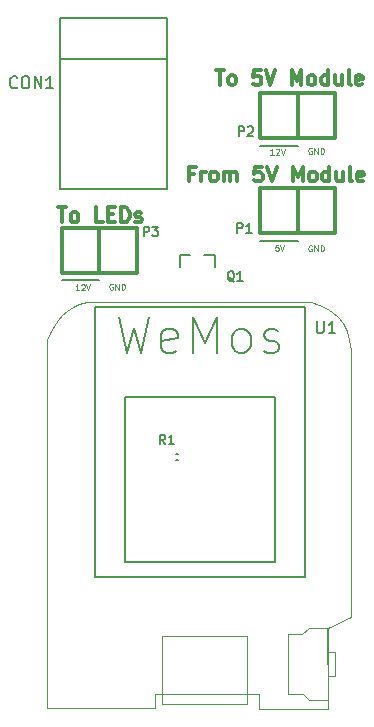
<source format=gto>
G04 #@! TF.FileFunction,Legend,Top*
%FSLAX46Y46*%
G04 Gerber Fmt 4.6, Leading zero omitted, Abs format (unit mm)*
G04 Created by KiCad (PCBNEW (2016-10-14 revision fc07716)-master) date Sat Nov 26 20:43:01 2016*
%MOMM*%
%LPD*%
G01*
G04 APERTURE LIST*
%ADD10C,0.100000*%
%ADD11C,0.300000*%
%ADD12C,0.125000*%
%ADD13C,0.150000*%
%ADD14C,0.350000*%
G04 APERTURE END LIST*
D10*
D11*
X110848809Y-74315476D02*
X111563095Y-74315476D01*
X111205952Y-75565476D02*
X111205952Y-74315476D01*
X112158333Y-75565476D02*
X112039285Y-75505952D01*
X111979761Y-75446428D01*
X111920238Y-75327380D01*
X111920238Y-74970238D01*
X111979761Y-74851190D01*
X112039285Y-74791666D01*
X112158333Y-74732142D01*
X112336904Y-74732142D01*
X112455952Y-74791666D01*
X112515476Y-74851190D01*
X112575000Y-74970238D01*
X112575000Y-75327380D01*
X112515476Y-75446428D01*
X112455952Y-75505952D01*
X112336904Y-75565476D01*
X112158333Y-75565476D01*
X114658333Y-75565476D02*
X114063095Y-75565476D01*
X114063095Y-74315476D01*
X115075000Y-74910714D02*
X115491666Y-74910714D01*
X115670238Y-75565476D02*
X115075000Y-75565476D01*
X115075000Y-74315476D01*
X115670238Y-74315476D01*
X116205952Y-75565476D02*
X116205952Y-74315476D01*
X116503571Y-74315476D01*
X116682142Y-74375000D01*
X116801190Y-74494047D01*
X116860714Y-74613095D01*
X116920238Y-74851190D01*
X116920238Y-75029761D01*
X116860714Y-75267857D01*
X116801190Y-75386904D01*
X116682142Y-75505952D01*
X116503571Y-75565476D01*
X116205952Y-75565476D01*
X117396428Y-75505952D02*
X117515476Y-75565476D01*
X117753571Y-75565476D01*
X117872619Y-75505952D01*
X117932142Y-75386904D01*
X117932142Y-75327380D01*
X117872619Y-75208333D01*
X117753571Y-75148809D01*
X117575000Y-75148809D01*
X117455952Y-75089285D01*
X117396428Y-74970238D01*
X117396428Y-74910714D01*
X117455952Y-74791666D01*
X117575000Y-74732142D01*
X117753571Y-74732142D01*
X117872619Y-74791666D01*
D12*
X115469047Y-80800000D02*
X115421428Y-80776190D01*
X115350000Y-80776190D01*
X115278571Y-80800000D01*
X115230952Y-80847619D01*
X115207142Y-80895238D01*
X115183333Y-80990476D01*
X115183333Y-81061904D01*
X115207142Y-81157142D01*
X115230952Y-81204761D01*
X115278571Y-81252380D01*
X115350000Y-81276190D01*
X115397619Y-81276190D01*
X115469047Y-81252380D01*
X115492857Y-81228571D01*
X115492857Y-81061904D01*
X115397619Y-81061904D01*
X115707142Y-81276190D02*
X115707142Y-80776190D01*
X115992857Y-81276190D01*
X115992857Y-80776190D01*
X116230952Y-81276190D02*
X116230952Y-80776190D01*
X116350000Y-80776190D01*
X116421428Y-80800000D01*
X116469047Y-80847619D01*
X116492857Y-80895238D01*
X116516666Y-80990476D01*
X116516666Y-81061904D01*
X116492857Y-81157142D01*
X116469047Y-81204761D01*
X116421428Y-81252380D01*
X116350000Y-81276190D01*
X116230952Y-81276190D01*
X112640476Y-81326190D02*
X112354761Y-81326190D01*
X112497619Y-81326190D02*
X112497619Y-80826190D01*
X112450000Y-80897619D01*
X112402380Y-80945238D01*
X112354761Y-80969047D01*
X112830952Y-80873809D02*
X112854761Y-80850000D01*
X112902380Y-80826190D01*
X113021428Y-80826190D01*
X113069047Y-80850000D01*
X113092857Y-80873809D01*
X113116666Y-80921428D01*
X113116666Y-80969047D01*
X113092857Y-81040476D01*
X112807142Y-81326190D01*
X113116666Y-81326190D01*
X113259523Y-80826190D02*
X113426190Y-81326190D01*
X113592857Y-80826190D01*
X132319047Y-77550000D02*
X132271428Y-77526190D01*
X132200000Y-77526190D01*
X132128571Y-77550000D01*
X132080952Y-77597619D01*
X132057142Y-77645238D01*
X132033333Y-77740476D01*
X132033333Y-77811904D01*
X132057142Y-77907142D01*
X132080952Y-77954761D01*
X132128571Y-78002380D01*
X132200000Y-78026190D01*
X132247619Y-78026190D01*
X132319047Y-78002380D01*
X132342857Y-77978571D01*
X132342857Y-77811904D01*
X132247619Y-77811904D01*
X132557142Y-78026190D02*
X132557142Y-77526190D01*
X132842857Y-78026190D01*
X132842857Y-77526190D01*
X133080952Y-78026190D02*
X133080952Y-77526190D01*
X133200000Y-77526190D01*
X133271428Y-77550000D01*
X133319047Y-77597619D01*
X133342857Y-77645238D01*
X133366666Y-77740476D01*
X133366666Y-77811904D01*
X133342857Y-77907142D01*
X133319047Y-77954761D01*
X133271428Y-78002380D01*
X133200000Y-78026190D01*
X133080952Y-78026190D01*
X129504761Y-77476190D02*
X129266666Y-77476190D01*
X129242857Y-77714285D01*
X129266666Y-77690476D01*
X129314285Y-77666666D01*
X129433333Y-77666666D01*
X129480952Y-77690476D01*
X129504761Y-77714285D01*
X129528571Y-77761904D01*
X129528571Y-77880952D01*
X129504761Y-77928571D01*
X129480952Y-77952380D01*
X129433333Y-77976190D01*
X129314285Y-77976190D01*
X129266666Y-77952380D01*
X129242857Y-77928571D01*
X129671428Y-77476190D02*
X129838095Y-77976190D01*
X130004761Y-77476190D01*
X132319047Y-69300000D02*
X132271428Y-69276190D01*
X132200000Y-69276190D01*
X132128571Y-69300000D01*
X132080952Y-69347619D01*
X132057142Y-69395238D01*
X132033333Y-69490476D01*
X132033333Y-69561904D01*
X132057142Y-69657142D01*
X132080952Y-69704761D01*
X132128571Y-69752380D01*
X132200000Y-69776190D01*
X132247619Y-69776190D01*
X132319047Y-69752380D01*
X132342857Y-69728571D01*
X132342857Y-69561904D01*
X132247619Y-69561904D01*
X132557142Y-69776190D02*
X132557142Y-69276190D01*
X132842857Y-69776190D01*
X132842857Y-69276190D01*
X133080952Y-69776190D02*
X133080952Y-69276190D01*
X133200000Y-69276190D01*
X133271428Y-69300000D01*
X133319047Y-69347619D01*
X133342857Y-69395238D01*
X133366666Y-69490476D01*
X133366666Y-69561904D01*
X133342857Y-69657142D01*
X133319047Y-69704761D01*
X133271428Y-69752380D01*
X133200000Y-69776190D01*
X133080952Y-69776190D01*
X129115476Y-69851190D02*
X128829761Y-69851190D01*
X128972619Y-69851190D02*
X128972619Y-69351190D01*
X128925000Y-69422619D01*
X128877380Y-69470238D01*
X128829761Y-69494047D01*
X129305952Y-69398809D02*
X129329761Y-69375000D01*
X129377380Y-69351190D01*
X129496428Y-69351190D01*
X129544047Y-69375000D01*
X129567857Y-69398809D01*
X129591666Y-69446428D01*
X129591666Y-69494047D01*
X129567857Y-69565476D01*
X129282142Y-69851190D01*
X129591666Y-69851190D01*
X129734523Y-69351190D02*
X129901190Y-69851190D01*
X130067857Y-69351190D01*
D11*
X122335714Y-71460714D02*
X121919047Y-71460714D01*
X121919047Y-72115476D02*
X121919047Y-70865476D01*
X122514285Y-70865476D01*
X122990476Y-72115476D02*
X122990476Y-71282142D01*
X122990476Y-71520238D02*
X123050000Y-71401190D01*
X123109523Y-71341666D01*
X123228571Y-71282142D01*
X123347619Y-71282142D01*
X123942857Y-72115476D02*
X123823809Y-72055952D01*
X123764285Y-71996428D01*
X123704761Y-71877380D01*
X123704761Y-71520238D01*
X123764285Y-71401190D01*
X123823809Y-71341666D01*
X123942857Y-71282142D01*
X124121428Y-71282142D01*
X124240476Y-71341666D01*
X124300000Y-71401190D01*
X124359523Y-71520238D01*
X124359523Y-71877380D01*
X124300000Y-71996428D01*
X124240476Y-72055952D01*
X124121428Y-72115476D01*
X123942857Y-72115476D01*
X124895238Y-72115476D02*
X124895238Y-71282142D01*
X124895238Y-71401190D02*
X124954761Y-71341666D01*
X125073809Y-71282142D01*
X125252380Y-71282142D01*
X125371428Y-71341666D01*
X125430952Y-71460714D01*
X125430952Y-72115476D01*
X125430952Y-71460714D02*
X125490476Y-71341666D01*
X125609523Y-71282142D01*
X125788095Y-71282142D01*
X125907142Y-71341666D01*
X125966666Y-71460714D01*
X125966666Y-72115476D01*
X128109523Y-70865476D02*
X127514285Y-70865476D01*
X127454761Y-71460714D01*
X127514285Y-71401190D01*
X127633333Y-71341666D01*
X127930952Y-71341666D01*
X128050000Y-71401190D01*
X128109523Y-71460714D01*
X128169047Y-71579761D01*
X128169047Y-71877380D01*
X128109523Y-71996428D01*
X128050000Y-72055952D01*
X127930952Y-72115476D01*
X127633333Y-72115476D01*
X127514285Y-72055952D01*
X127454761Y-71996428D01*
X128526190Y-70865476D02*
X128942857Y-72115476D01*
X129359523Y-70865476D01*
X130728571Y-72115476D02*
X130728571Y-70865476D01*
X131145238Y-71758333D01*
X131561904Y-70865476D01*
X131561904Y-72115476D01*
X132335714Y-72115476D02*
X132216666Y-72055952D01*
X132157142Y-71996428D01*
X132097619Y-71877380D01*
X132097619Y-71520238D01*
X132157142Y-71401190D01*
X132216666Y-71341666D01*
X132335714Y-71282142D01*
X132514285Y-71282142D01*
X132633333Y-71341666D01*
X132692857Y-71401190D01*
X132752380Y-71520238D01*
X132752380Y-71877380D01*
X132692857Y-71996428D01*
X132633333Y-72055952D01*
X132514285Y-72115476D01*
X132335714Y-72115476D01*
X133823809Y-72115476D02*
X133823809Y-70865476D01*
X133823809Y-72055952D02*
X133704761Y-72115476D01*
X133466666Y-72115476D01*
X133347619Y-72055952D01*
X133288095Y-71996428D01*
X133228571Y-71877380D01*
X133228571Y-71520238D01*
X133288095Y-71401190D01*
X133347619Y-71341666D01*
X133466666Y-71282142D01*
X133704761Y-71282142D01*
X133823809Y-71341666D01*
X134954761Y-71282142D02*
X134954761Y-72115476D01*
X134419047Y-71282142D02*
X134419047Y-71936904D01*
X134478571Y-72055952D01*
X134597619Y-72115476D01*
X134776190Y-72115476D01*
X134895238Y-72055952D01*
X134954761Y-71996428D01*
X135728571Y-72115476D02*
X135609523Y-72055952D01*
X135550000Y-71936904D01*
X135550000Y-70865476D01*
X136680952Y-72055952D02*
X136561904Y-72115476D01*
X136323809Y-72115476D01*
X136204761Y-72055952D01*
X136145238Y-71936904D01*
X136145238Y-71460714D01*
X136204761Y-71341666D01*
X136323809Y-71282142D01*
X136561904Y-71282142D01*
X136680952Y-71341666D01*
X136740476Y-71460714D01*
X136740476Y-71579761D01*
X136145238Y-71698809D01*
X124195238Y-62715476D02*
X124909523Y-62715476D01*
X124552380Y-63965476D02*
X124552380Y-62715476D01*
X125504761Y-63965476D02*
X125385714Y-63905952D01*
X125326190Y-63846428D01*
X125266666Y-63727380D01*
X125266666Y-63370238D01*
X125326190Y-63251190D01*
X125385714Y-63191666D01*
X125504761Y-63132142D01*
X125683333Y-63132142D01*
X125802380Y-63191666D01*
X125861904Y-63251190D01*
X125921428Y-63370238D01*
X125921428Y-63727380D01*
X125861904Y-63846428D01*
X125802380Y-63905952D01*
X125683333Y-63965476D01*
X125504761Y-63965476D01*
X128004761Y-62715476D02*
X127409523Y-62715476D01*
X127350000Y-63310714D01*
X127409523Y-63251190D01*
X127528571Y-63191666D01*
X127826190Y-63191666D01*
X127945238Y-63251190D01*
X128004761Y-63310714D01*
X128064285Y-63429761D01*
X128064285Y-63727380D01*
X128004761Y-63846428D01*
X127945238Y-63905952D01*
X127826190Y-63965476D01*
X127528571Y-63965476D01*
X127409523Y-63905952D01*
X127350000Y-63846428D01*
X128421428Y-62715476D02*
X128838095Y-63965476D01*
X129254761Y-62715476D01*
X130623809Y-63965476D02*
X130623809Y-62715476D01*
X131040476Y-63608333D01*
X131457142Y-62715476D01*
X131457142Y-63965476D01*
X132230952Y-63965476D02*
X132111904Y-63905952D01*
X132052380Y-63846428D01*
X131992857Y-63727380D01*
X131992857Y-63370238D01*
X132052380Y-63251190D01*
X132111904Y-63191666D01*
X132230952Y-63132142D01*
X132409523Y-63132142D01*
X132528571Y-63191666D01*
X132588095Y-63251190D01*
X132647619Y-63370238D01*
X132647619Y-63727380D01*
X132588095Y-63846428D01*
X132528571Y-63905952D01*
X132409523Y-63965476D01*
X132230952Y-63965476D01*
X133719047Y-63965476D02*
X133719047Y-62715476D01*
X133719047Y-63905952D02*
X133600000Y-63965476D01*
X133361904Y-63965476D01*
X133242857Y-63905952D01*
X133183333Y-63846428D01*
X133123809Y-63727380D01*
X133123809Y-63370238D01*
X133183333Y-63251190D01*
X133242857Y-63191666D01*
X133361904Y-63132142D01*
X133600000Y-63132142D01*
X133719047Y-63191666D01*
X134850000Y-63132142D02*
X134850000Y-63965476D01*
X134314285Y-63132142D02*
X134314285Y-63786904D01*
X134373809Y-63905952D01*
X134492857Y-63965476D01*
X134671428Y-63965476D01*
X134790476Y-63905952D01*
X134850000Y-63846428D01*
X135623809Y-63965476D02*
X135504761Y-63905952D01*
X135445238Y-63786904D01*
X135445238Y-62715476D01*
X136576190Y-63905952D02*
X136457142Y-63965476D01*
X136219047Y-63965476D01*
X136100000Y-63905952D01*
X136040476Y-63786904D01*
X136040476Y-63310714D01*
X136100000Y-63191666D01*
X136219047Y-63132142D01*
X136457142Y-63132142D01*
X136576190Y-63191666D01*
X136635714Y-63310714D01*
X136635714Y-63429761D01*
X136040476Y-63548809D01*
D13*
X116520000Y-104320000D02*
X116520000Y-90350000D01*
X116520000Y-90350000D02*
X129220000Y-90350000D01*
X129220000Y-90350000D02*
X129220000Y-104320000D01*
X129220000Y-104320000D02*
X116520000Y-104320000D01*
X113980000Y-105590000D02*
X131760000Y-105590000D01*
X131760000Y-105590000D02*
X131760000Y-82730000D01*
X131760000Y-82730000D02*
X113980000Y-82730000D01*
X113980000Y-82730000D02*
X113980000Y-105590000D01*
D10*
X133687472Y-116787228D02*
X127876180Y-116787228D01*
X127876180Y-116787228D02*
X127849849Y-115503795D01*
X127849849Y-115503795D02*
X119018627Y-115510483D01*
X119018627Y-115510483D02*
X119020603Y-116712736D01*
X119020603Y-116712736D02*
X109939807Y-116686658D01*
X109939807Y-116686658D02*
X109953805Y-85516507D01*
X109953805Y-85516507D02*
X110186616Y-84913714D01*
X110186616Y-84913714D02*
X110470099Y-84368833D01*
X110470099Y-84368833D02*
X110804747Y-83882423D01*
X110804747Y-83882423D02*
X111191047Y-83455048D01*
X111191047Y-83455048D02*
X111629488Y-83087259D01*
X111629488Y-83087259D02*
X112120560Y-82779623D01*
X112120560Y-82779623D02*
X112664750Y-82532690D01*
X112664750Y-82532690D02*
X113262547Y-82347024D01*
X113262547Y-82347024D02*
X132300460Y-82318266D01*
X132300460Y-82318266D02*
X132919824Y-82552259D01*
X132919824Y-82552259D02*
X133508018Y-82836742D01*
X133508018Y-82836742D02*
X134051445Y-83186257D01*
X134051445Y-83186257D02*
X134536503Y-83615342D01*
X134536503Y-83615342D02*
X134949595Y-84138540D01*
X134949595Y-84138540D02*
X135277122Y-84770387D01*
X135277122Y-84770387D02*
X135505482Y-85525425D01*
X135505482Y-85525425D02*
X135621078Y-86418193D01*
X135621078Y-86418193D02*
X135646026Y-108973285D01*
X135646026Y-108973285D02*
X133702480Y-109934181D01*
X133702480Y-109934181D02*
X133672686Y-116742524D01*
X119690350Y-110561451D02*
X126829931Y-110561451D01*
X126829931Y-110561451D02*
X126829931Y-116375188D01*
X126829931Y-116375188D02*
X119690350Y-116375188D01*
X119690350Y-116375188D02*
X119690350Y-110561451D01*
X133613600Y-109912349D02*
X132061378Y-109912349D01*
X132061378Y-109912349D02*
X131532211Y-110441515D01*
X131532211Y-110441515D02*
X130279850Y-110441515D01*
X130279850Y-110441515D02*
X130279850Y-115503876D01*
X130279850Y-115503876D02*
X131567489Y-115503876D01*
X131567489Y-115503876D02*
X132096656Y-115997765D01*
X132096656Y-115997765D02*
X133666517Y-115997765D01*
X133666517Y-115997765D02*
X133613600Y-109912349D01*
X133648878Y-111993738D02*
X134301517Y-111993738D01*
X134301517Y-111993738D02*
X134301517Y-113986932D01*
X134301517Y-113986932D02*
X133684156Y-113986932D01*
D13*
X120050880Y-72749580D02*
X120050880Y-58248720D01*
X111049120Y-72749580D02*
X120050880Y-72749580D01*
X111049120Y-58248720D02*
X111049120Y-72749580D01*
X120050880Y-58248720D02*
X111049120Y-58248720D01*
X120050880Y-61748840D02*
X111049120Y-61748840D01*
X121021000Y-95204000D02*
X120879000Y-95204000D01*
X120879000Y-95204000D02*
X121021000Y-95204000D01*
X121021000Y-95696000D02*
X120879000Y-95696000D01*
X120879000Y-95696000D02*
X121021000Y-95696000D01*
D14*
X111175000Y-76045000D02*
X117525000Y-76045000D01*
X117525000Y-76045000D02*
X117525000Y-79855000D01*
X117525000Y-79855000D02*
X111175000Y-79855000D01*
X111175000Y-79855000D02*
X111175000Y-76045000D01*
X114350000Y-76045000D02*
X114350000Y-79855000D01*
D13*
X111175000Y-80490000D02*
X114350000Y-80490000D01*
X127975000Y-69090000D02*
X131150000Y-69090000D01*
D14*
X131150000Y-64645000D02*
X131150000Y-68455000D01*
X127975000Y-68455000D02*
X127975000Y-64645000D01*
X134325000Y-68455000D02*
X127975000Y-68455000D01*
X134325000Y-64645000D02*
X134325000Y-68455000D01*
X127975000Y-64645000D02*
X134325000Y-64645000D01*
X127975000Y-72695000D02*
X134325000Y-72695000D01*
X134325000Y-72695000D02*
X134325000Y-76505000D01*
X134325000Y-76505000D02*
X127975000Y-76505000D01*
X127975000Y-76505000D02*
X127975000Y-72695000D01*
X131150000Y-72695000D02*
X131150000Y-76505000D01*
D13*
X127975000Y-77140000D02*
X131150000Y-77140000D01*
X123250000Y-78350000D02*
X124150000Y-78350000D01*
X124150000Y-78350000D02*
X124150000Y-79350000D01*
X121150000Y-79350000D02*
X121150000Y-78350000D01*
X121150000Y-78350000D02*
X122050000Y-78350000D01*
X132763095Y-83952380D02*
X132763095Y-84761904D01*
X132810714Y-84857142D01*
X132858333Y-84904761D01*
X132953571Y-84952380D01*
X133144047Y-84952380D01*
X133239285Y-84904761D01*
X133286904Y-84857142D01*
X133334523Y-84761904D01*
X133334523Y-83952380D01*
X134334523Y-84952380D02*
X133763095Y-84952380D01*
X134048809Y-84952380D02*
X134048809Y-83952380D01*
X133953571Y-84095238D01*
X133858333Y-84190476D01*
X133763095Y-84238095D01*
X116012857Y-83627142D02*
X116727142Y-86627142D01*
X117298571Y-84484285D01*
X117870000Y-86627142D01*
X118584285Y-83627142D01*
X120870000Y-86484285D02*
X120584285Y-86627142D01*
X120012857Y-86627142D01*
X119727142Y-86484285D01*
X119584285Y-86198571D01*
X119584285Y-85055714D01*
X119727142Y-84770000D01*
X120012857Y-84627142D01*
X120584285Y-84627142D01*
X120870000Y-84770000D01*
X121012857Y-85055714D01*
X121012857Y-85341428D01*
X119584285Y-85627142D01*
X122298571Y-86627142D02*
X122298571Y-83627142D01*
X123298571Y-85770000D01*
X124298571Y-83627142D01*
X124298571Y-86627142D01*
X126155714Y-86627142D02*
X125870000Y-86484285D01*
X125727142Y-86341428D01*
X125584285Y-86055714D01*
X125584285Y-85198571D01*
X125727142Y-84912857D01*
X125870000Y-84770000D01*
X126155714Y-84627142D01*
X126584285Y-84627142D01*
X126870000Y-84770000D01*
X127012857Y-84912857D01*
X127155714Y-85198571D01*
X127155714Y-86055714D01*
X127012857Y-86341428D01*
X126870000Y-86484285D01*
X126584285Y-86627142D01*
X126155714Y-86627142D01*
X128298571Y-86484285D02*
X128584285Y-86627142D01*
X129155714Y-86627142D01*
X129441428Y-86484285D01*
X129584285Y-86198571D01*
X129584285Y-86055714D01*
X129441428Y-85770000D01*
X129155714Y-85627142D01*
X128727142Y-85627142D01*
X128441428Y-85484285D01*
X128298571Y-85198571D01*
X128298571Y-85055714D01*
X128441428Y-84770000D01*
X128727142Y-84627142D01*
X129155714Y-84627142D01*
X129441428Y-84770000D01*
X107385714Y-64132142D02*
X107338095Y-64179761D01*
X107195238Y-64227380D01*
X107100000Y-64227380D01*
X106957142Y-64179761D01*
X106861904Y-64084523D01*
X106814285Y-63989285D01*
X106766666Y-63798809D01*
X106766666Y-63655952D01*
X106814285Y-63465476D01*
X106861904Y-63370238D01*
X106957142Y-63275000D01*
X107100000Y-63227380D01*
X107195238Y-63227380D01*
X107338095Y-63275000D01*
X107385714Y-63322619D01*
X108004761Y-63227380D02*
X108195238Y-63227380D01*
X108290476Y-63275000D01*
X108385714Y-63370238D01*
X108433333Y-63560714D01*
X108433333Y-63894047D01*
X108385714Y-64084523D01*
X108290476Y-64179761D01*
X108195238Y-64227380D01*
X108004761Y-64227380D01*
X107909523Y-64179761D01*
X107814285Y-64084523D01*
X107766666Y-63894047D01*
X107766666Y-63560714D01*
X107814285Y-63370238D01*
X107909523Y-63275000D01*
X108004761Y-63227380D01*
X108861904Y-64227380D02*
X108861904Y-63227380D01*
X109433333Y-64227380D01*
X109433333Y-63227380D01*
X110433333Y-64227380D02*
X109861904Y-64227380D01*
X110147619Y-64227380D02*
X110147619Y-63227380D01*
X110052380Y-63370238D01*
X109957142Y-63465476D01*
X109861904Y-63513095D01*
X119916666Y-94361904D02*
X119650000Y-93980952D01*
X119459523Y-94361904D02*
X119459523Y-93561904D01*
X119764285Y-93561904D01*
X119840476Y-93600000D01*
X119878571Y-93638095D01*
X119916666Y-93714285D01*
X119916666Y-93828571D01*
X119878571Y-93904761D01*
X119840476Y-93942857D01*
X119764285Y-93980952D01*
X119459523Y-93980952D01*
X120678571Y-94361904D02*
X120221428Y-94361904D01*
X120450000Y-94361904D02*
X120450000Y-93561904D01*
X120373809Y-93676190D01*
X120297619Y-93752380D01*
X120221428Y-93790476D01*
X118109523Y-76761904D02*
X118109523Y-75961904D01*
X118414285Y-75961904D01*
X118490476Y-76000000D01*
X118528571Y-76038095D01*
X118566666Y-76114285D01*
X118566666Y-76228571D01*
X118528571Y-76304761D01*
X118490476Y-76342857D01*
X118414285Y-76380952D01*
X118109523Y-76380952D01*
X118833333Y-75961904D02*
X119328571Y-75961904D01*
X119061904Y-76266666D01*
X119176190Y-76266666D01*
X119252380Y-76304761D01*
X119290476Y-76342857D01*
X119328571Y-76419047D01*
X119328571Y-76609523D01*
X119290476Y-76685714D01*
X119252380Y-76723809D01*
X119176190Y-76761904D01*
X118947619Y-76761904D01*
X118871428Y-76723809D01*
X118833333Y-76685714D01*
X126159523Y-68261904D02*
X126159523Y-67461904D01*
X126464285Y-67461904D01*
X126540476Y-67500000D01*
X126578571Y-67538095D01*
X126616666Y-67614285D01*
X126616666Y-67728571D01*
X126578571Y-67804761D01*
X126540476Y-67842857D01*
X126464285Y-67880952D01*
X126159523Y-67880952D01*
X126921428Y-67538095D02*
X126959523Y-67500000D01*
X127035714Y-67461904D01*
X127226190Y-67461904D01*
X127302380Y-67500000D01*
X127340476Y-67538095D01*
X127378571Y-67614285D01*
X127378571Y-67690476D01*
X127340476Y-67804761D01*
X126883333Y-68261904D01*
X127378571Y-68261904D01*
X126034523Y-76461904D02*
X126034523Y-75661904D01*
X126339285Y-75661904D01*
X126415476Y-75700000D01*
X126453571Y-75738095D01*
X126491666Y-75814285D01*
X126491666Y-75928571D01*
X126453571Y-76004761D01*
X126415476Y-76042857D01*
X126339285Y-76080952D01*
X126034523Y-76080952D01*
X127253571Y-76461904D02*
X126796428Y-76461904D01*
X127025000Y-76461904D02*
X127025000Y-75661904D01*
X126948809Y-75776190D01*
X126872619Y-75852380D01*
X126796428Y-75890476D01*
X125773809Y-80588095D02*
X125697619Y-80550000D01*
X125621428Y-80473809D01*
X125507142Y-80359523D01*
X125430952Y-80321428D01*
X125354761Y-80321428D01*
X125392857Y-80511904D02*
X125316666Y-80473809D01*
X125240476Y-80397619D01*
X125202380Y-80245238D01*
X125202380Y-79978571D01*
X125240476Y-79826190D01*
X125316666Y-79750000D01*
X125392857Y-79711904D01*
X125545238Y-79711904D01*
X125621428Y-79750000D01*
X125697619Y-79826190D01*
X125735714Y-79978571D01*
X125735714Y-80245238D01*
X125697619Y-80397619D01*
X125621428Y-80473809D01*
X125545238Y-80511904D01*
X125392857Y-80511904D01*
X126497619Y-80511904D02*
X126040476Y-80511904D01*
X126269047Y-80511904D02*
X126269047Y-79711904D01*
X126192857Y-79826190D01*
X126116666Y-79902380D01*
X126040476Y-79940476D01*
M02*

</source>
